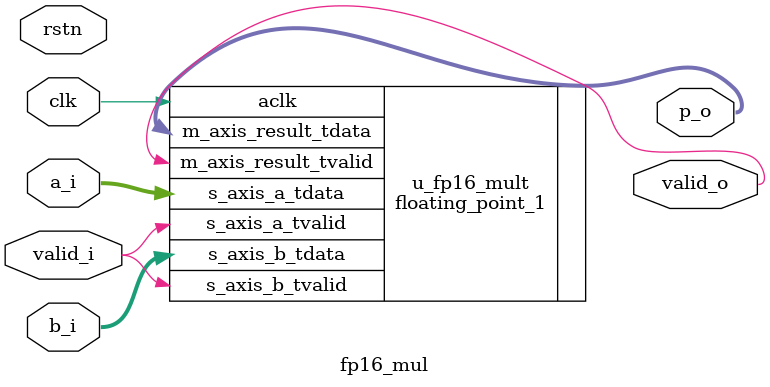
<source format=v>
module fp16_mul #(parameter DW=16, LAT=6)(
    input clk, input rstn, input valid_i,
    input [DW-1:0] a_i, b_i,
    output [DW-1:0] p_o, output valid_o
);
    // Replace with your FP16 mul IP wrapper.
    // For now, direct assign to help integration; keep interfaces identical.
    // ...
    floating_point_1 u_fp16_mult (
        .aclk(clk),
        .s_axis_a_tvalid(valid_i),
        .s_axis_a_tdata(a_i),
        .s_axis_b_tvalid(valid_i),
        .s_axis_b_tdata(b_i),
        .m_axis_result_tvalid(valid_o),
        .m_axis_result_tdata(p_o)
    );
endmodule
</source>
